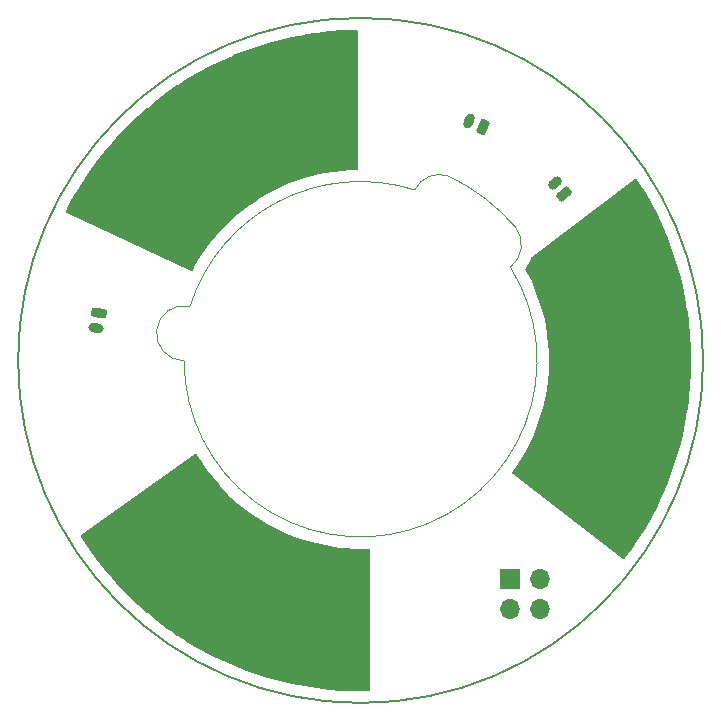
<source format=gbr>
%TF.GenerationSoftware,KiCad,Pcbnew,7.0.1*%
%TF.CreationDate,2023-12-15T11:07:28+03:00*%
%TF.ProjectId,_____ _______,1f3b3042-3020-43e3-913c-3e423e3a2e6b,rev?*%
%TF.SameCoordinates,Original*%
%TF.FileFunction,Copper,L4,Bot*%
%TF.FilePolarity,Positive*%
%FSLAX46Y46*%
G04 Gerber Fmt 4.6, Leading zero omitted, Abs format (unit mm)*
G04 Created by KiCad (PCBNEW 7.0.1) date 2023-12-15 11:07:28*
%MOMM*%
%LPD*%
G01*
G04 APERTURE LIST*
G04 Aperture macros list*
%AMRoundRect*
0 Rectangle with rounded corners*
0 $1 Rounding radius*
0 $2 $3 $4 $5 $6 $7 $8 $9 X,Y pos of 4 corners*
0 Add a 4 corners polygon primitive as box body*
4,1,4,$2,$3,$4,$5,$6,$7,$8,$9,$2,$3,0*
0 Add four circle primitives for the rounded corners*
1,1,$1+$1,$2,$3*
1,1,$1+$1,$4,$5*
1,1,$1+$1,$6,$7*
1,1,$1+$1,$8,$9*
0 Add four rect primitives between the rounded corners*
20,1,$1+$1,$2,$3,$4,$5,0*
20,1,$1+$1,$4,$5,$6,$7,0*
20,1,$1+$1,$6,$7,$8,$9,0*
20,1,$1+$1,$8,$9,$2,$3,0*%
%AMHorizOval*
0 Thick line with rounded ends*
0 $1 width*
0 $2 $3 position (X,Y) of the first rounded end (center of the circle)*
0 $4 $5 position (X,Y) of the second rounded end (center of the circle)*
0 Add line between two ends*
20,1,$1,$2,$3,$4,$5,0*
0 Add two circle primitives to create the rounded ends*
1,1,$1,$2,$3*
1,1,$1,$4,$5*%
G04 Aperture macros list end*
%TA.AperFunction,ComponentPad*%
%ADD10C,4.000000*%
%TD*%
%TA.AperFunction,ComponentPad*%
%ADD11C,2.055000*%
%TD*%
%TA.AperFunction,ComponentPad*%
%ADD12RoundRect,0.200000X-0.408434X0.275103X-0.477893X-0.118820X0.408434X-0.275103X0.477893X0.118820X0*%
%TD*%
%TA.AperFunction,ComponentPad*%
%ADD13HorizOval,0.800000X-0.246202X0.043412X0.246202X-0.043412X0*%
%TD*%
%TA.AperFunction,ComponentPad*%
%ADD14RoundRect,0.200000X0.371440X0.323315X0.008917X0.492362X-0.371440X-0.323315X-0.008917X-0.492362X0*%
%TD*%
%TA.AperFunction,ComponentPad*%
%ADD15HorizOval,0.800000X0.105655X0.226577X-0.105655X-0.226577X0*%
%TD*%
%TA.AperFunction,ComponentPad*%
%ADD16R,1.700000X1.700000*%
%TD*%
%TA.AperFunction,ComponentPad*%
%ADD17O,1.700000X1.700000*%
%TD*%
%TA.AperFunction,ComponentPad*%
%ADD18RoundRect,0.200000X0.473278X0.136046X0.216162X0.442463X-0.473278X-0.136046X-0.216162X-0.442463X0*%
%TD*%
%TA.AperFunction,ComponentPad*%
%ADD19HorizOval,0.800000X0.191511X0.160697X-0.191511X-0.160697X0*%
%TD*%
%TA.AperFunction,Profile*%
%ADD20C,0.100000*%
%TD*%
%TA.AperFunction,Profile*%
%ADD21C,0.150000*%
%TD*%
G04 APERTURE END LIST*
D10*
%TO.P,J17,1,Pin_1*%
%TO.N,B_OUT*%
X134155740Y-71095950D03*
%TD*%
%TO.P,J15,1,Pin_1*%
%TO.N,A_OUT*%
X175557740Y-72873950D03*
%TD*%
%TO.P,J18,1,Pin_1*%
%TO.N,B_OUT*%
X152189740Y-60173950D03*
%TD*%
%TO.P,J19,1,Pin_1*%
%TO.N,C_OUT*%
X153205740Y-108179950D03*
%TD*%
%TO.P,J14,1,Pin_1*%
%TO.N,C_OUT*%
X135171740Y-98527950D03*
%TD*%
%TO.P,J16,1,Pin_1*%
%TO.N,A_OUT*%
X175049740Y-96495950D03*
%TD*%
D11*
%TO.P,J13,1,1*%
%TO.N,B_OUT*%
X147456010Y-60573623D03*
%TO.P,J13,2,2*%
X149193472Y-65347262D03*
%TD*%
%TO.P,J3,1,1*%
%TO.N,A_OUT*%
X180855740Y-79985950D03*
%TO.P,J3,2,2*%
X175775740Y-79985950D03*
%TD*%
D12*
%TO.P,J7,1,Pin_1*%
%TO.N,PTC_Coil_C*%
X132262682Y-80091243D03*
D13*
%TO.P,J7,2,Pin_2*%
%TO.N,GNDA*%
X132045622Y-81322253D03*
%TD*%
D11*
%TO.P,J12,1,1*%
%TO.N,B_OUT*%
X142573740Y-62880836D03*
%TO.P,J12,2,2*%
X145113740Y-67280245D03*
%TD*%
D14*
%TO.P,J4,1,Pin_1*%
%TO.N,PTC_Coil_A*%
X164757006Y-64348207D03*
D15*
%TO.P,J4,2,Pin_2*%
%TO.N,GNDA*%
X163624121Y-63819934D03*
%TD*%
D11*
%TO.P,J9,1,1*%
%TO.N,C_OUT*%
X143081740Y-105727064D03*
%TO.P,J9,2,2*%
X145621740Y-101327655D03*
%TD*%
%TO.P,J1,1,1*%
%TO.N,A_OUT*%
X180855740Y-88621950D03*
%TO.P,J1,2,2*%
X175775740Y-88621950D03*
%TD*%
D16*
%TO.P,J5,1,Pin_1*%
%TO.N,PTC_Coil_A*%
X167123740Y-102611950D03*
D17*
%TO.P,J5,2,Pin_2*%
%TO.N,GNDA*%
X169663740Y-102611950D03*
%TO.P,J5,3,Pin_3*%
%TO.N,PTC_Coil_C*%
X167123740Y-105151950D03*
%TO.P,J5,4,Pin_4*%
%TO.N,PTC_Coil_B*%
X169663740Y-105151950D03*
%TD*%
D18*
%TO.P,J6,1,Pin_1*%
%TO.N,PTC_Coil_B*%
X171673758Y-69973989D03*
D19*
%TO.P,J6,2,Pin_2*%
%TO.N,GNDA*%
X170870273Y-69016433D03*
%TD*%
D11*
%TO.P,J2,1,1*%
%TO.N,A_OUT*%
X175811849Y-84303950D03*
%TO.P,J2,2,2*%
X180891849Y-84303950D03*
%TD*%
%TO.P,J8,1,1*%
%TO.N,C_OUT*%
X147856649Y-108090567D03*
%TO.P,J8,2,2*%
X149594111Y-103316928D03*
%TD*%
%TO.P,J11,1,1*%
%TO.N,B_OUT*%
X138121196Y-65870750D03*
%TO.P,J11,2,2*%
X141386557Y-69762256D03*
%TD*%
%TO.P,J10,1,1*%
%TO.N,C_OUT*%
X138629196Y-102737150D03*
%TO.P,J10,2,2*%
X141894557Y-98845644D03*
%TD*%
%TA.AperFunction,Conductor*%
%TO.N,A_OUT*%
G36*
X177819621Y-68720176D02*
G01*
X177869893Y-68763635D01*
X178037327Y-69015504D01*
X178039851Y-69019461D01*
X178590262Y-69919563D01*
X178592634Y-69923613D01*
X179108579Y-70843877D01*
X179110796Y-70848013D01*
X179591557Y-71787160D01*
X179593616Y-71791378D01*
X180038483Y-72748025D01*
X180040381Y-72752317D01*
X180448727Y-73725108D01*
X180450462Y-73729469D01*
X180821715Y-74717045D01*
X180823283Y-74721468D01*
X181156901Y-75722391D01*
X181158300Y-75726871D01*
X181453791Y-76739664D01*
X181455020Y-76744193D01*
X181711978Y-77767459D01*
X181713035Y-77772032D01*
X181931088Y-78804293D01*
X181931971Y-78808902D01*
X182110810Y-79848701D01*
X182111517Y-79853341D01*
X182250873Y-80899105D01*
X182251405Y-80903768D01*
X182351091Y-81954091D01*
X182351446Y-81958771D01*
X182411313Y-83012099D01*
X182411491Y-83016788D01*
X182431457Y-84071648D01*
X182431457Y-84076342D01*
X182411491Y-85131203D01*
X182411313Y-85135892D01*
X182351446Y-86189220D01*
X182351091Y-86193900D01*
X182251405Y-87244223D01*
X182250873Y-87248886D01*
X182111517Y-88294650D01*
X182110810Y-88299290D01*
X181931971Y-89339089D01*
X181931088Y-89343698D01*
X181713035Y-90375959D01*
X181711978Y-90380532D01*
X181455020Y-91403798D01*
X181453791Y-91408327D01*
X181158300Y-92421120D01*
X181156901Y-92425600D01*
X180823283Y-93426523D01*
X180821715Y-93430946D01*
X180450462Y-94418522D01*
X180448727Y-94422883D01*
X180040381Y-95395674D01*
X180038483Y-95399966D01*
X179593616Y-96356613D01*
X179591557Y-96360831D01*
X179110796Y-97299978D01*
X179108579Y-97304114D01*
X178592634Y-98224378D01*
X178590262Y-98228428D01*
X178039851Y-99128530D01*
X178037327Y-99132487D01*
X177453249Y-100011112D01*
X177450577Y-100014970D01*
X176852689Y-100844478D01*
X176801699Y-100885619D01*
X176736861Y-100895034D01*
X176676277Y-100870092D01*
X167330843Y-93648620D01*
X167292441Y-93598768D01*
X167283457Y-93536484D01*
X167306199Y-93477817D01*
X167578500Y-93101489D01*
X168007205Y-92442980D01*
X168402953Y-91764154D01*
X168764785Y-91066659D01*
X169091821Y-90352188D01*
X169383268Y-89622476D01*
X169638419Y-88879293D01*
X169856652Y-88124445D01*
X170037440Y-87359764D01*
X170180343Y-86587106D01*
X170285014Y-85808347D01*
X170351199Y-85025378D01*
X170378737Y-84240099D01*
X170376795Y-84103591D01*
X170367562Y-83454423D01*
X170361851Y-83364607D01*
X170317700Y-82670238D01*
X170229273Y-81889468D01*
X170102495Y-81114001D01*
X169937674Y-80345720D01*
X169735211Y-79586490D01*
X169495596Y-78838154D01*
X169219412Y-78102530D01*
X168907329Y-77381402D01*
X168560104Y-76676521D01*
X168405978Y-76399021D01*
X168390551Y-76332300D01*
X168412891Y-76267567D01*
X168526555Y-76105656D01*
X168691913Y-75812722D01*
X168827763Y-75504991D01*
X168869478Y-75378071D01*
X168886529Y-75344505D01*
X168912868Y-75317603D01*
X177692233Y-68733079D01*
X177754130Y-68708913D01*
X177819621Y-68720176D01*
G37*
%TD.AperFunction*%
%TD*%
%TA.AperFunction,Conductor*%
%TO.N,B_OUT*%
G36*
X154159740Y-56096123D02*
G01*
X154205127Y-56141510D01*
X154221740Y-56203510D01*
X154221740Y-67804452D01*
X154205641Y-67865554D01*
X154161523Y-67910790D01*
X154100844Y-67928412D01*
X153643567Y-67939861D01*
X153578284Y-67944610D01*
X152876828Y-67995644D01*
X152113604Y-68087846D01*
X151355632Y-68216256D01*
X150604643Y-68380581D01*
X150604638Y-68380582D01*
X150604635Y-68380583D01*
X150429909Y-68427627D01*
X149862290Y-68580458D01*
X149130315Y-68815421D01*
X148410353Y-69084941D01*
X147704029Y-69388413D01*
X147704013Y-69388420D01*
X147315999Y-69577480D01*
X147012906Y-69725162D01*
X146338619Y-70094398D01*
X145682674Y-70495290D01*
X145682666Y-70495295D01*
X145682665Y-70495296D01*
X145623124Y-70535696D01*
X145046518Y-70926953D01*
X144431636Y-71388386D01*
X143839405Y-71878550D01*
X143271149Y-72396351D01*
X142728198Y-72940577D01*
X142211740Y-73510037D01*
X141722957Y-74103428D01*
X141262977Y-74719380D01*
X140832812Y-75356535D01*
X140433441Y-76013452D01*
X140206481Y-76430237D01*
X140164336Y-76475432D01*
X140105612Y-76494675D01*
X140044893Y-76483184D01*
X129537373Y-71551084D01*
X129487504Y-71508535D01*
X129466298Y-71446505D01*
X129479682Y-71382333D01*
X129753220Y-70847987D01*
X129755409Y-70843903D01*
X130271376Y-69923600D01*
X130273741Y-69919563D01*
X130392620Y-69725157D01*
X130824181Y-69019414D01*
X130826645Y-69015551D01*
X131410771Y-68136854D01*
X131413408Y-68133046D01*
X132030333Y-67277126D01*
X132033091Y-67273448D01*
X132682022Y-66441413D01*
X132684906Y-66437856D01*
X133364818Y-65631021D01*
X133367879Y-65627525D01*
X134077808Y-64847027D01*
X134080994Y-64843654D01*
X134819990Y-64090538D01*
X134823267Y-64087322D01*
X135590252Y-63362692D01*
X135593623Y-63359627D01*
X136387476Y-62664543D01*
X136391006Y-62661569D01*
X137210539Y-61997068D01*
X137214218Y-61994198D01*
X138058300Y-61361192D01*
X138062082Y-61358467D01*
X138929548Y-60757831D01*
X138933344Y-60755307D01*
X139822972Y-60187895D01*
X139826891Y-60185498D01*
X140737293Y-59652192D01*
X140741328Y-59649929D01*
X141671260Y-59151455D01*
X141675377Y-59149347D01*
X142623494Y-58686426D01*
X142627739Y-58684454D01*
X143592648Y-58257762D01*
X143596935Y-58255961D01*
X144577355Y-57866067D01*
X144581715Y-57864429D01*
X145576137Y-57511932D01*
X145580558Y-57510459D01*
X146587639Y-57195835D01*
X146592091Y-57194535D01*
X147610367Y-56918244D01*
X147614891Y-56917108D01*
X148642876Y-56679551D01*
X148647418Y-56678592D01*
X149683639Y-56480109D01*
X149688246Y-56479316D01*
X150731284Y-56320180D01*
X150735890Y-56319568D01*
X151784158Y-56200021D01*
X151788751Y-56199584D01*
X152840876Y-56119785D01*
X152845471Y-56119524D01*
X153899785Y-56079599D01*
X153904478Y-56079510D01*
X154097740Y-56079510D01*
X154159740Y-56096123D01*
G37*
%TD.AperFunction*%
%TD*%
%TA.AperFunction,Conductor*%
%TO.N,C_OUT*%
G36*
X140569556Y-91995102D02*
G01*
X140618564Y-92040987D01*
X140995394Y-92663741D01*
X141273515Y-93076046D01*
X141434806Y-93315155D01*
X141434811Y-93315162D01*
X141434814Y-93315166D01*
X141905764Y-93944128D01*
X141905769Y-93944134D01*
X142407142Y-94549152D01*
X142566495Y-94723228D01*
X142937711Y-95128744D01*
X143246473Y-95434343D01*
X143496178Y-95681490D01*
X144081197Y-96206060D01*
X144691344Y-96701178D01*
X144691350Y-96701183D01*
X144691357Y-96701188D01*
X145303209Y-97149571D01*
X145325139Y-97165642D01*
X145981042Y-97598323D01*
X146515393Y-97914191D01*
X146657473Y-97998178D01*
X147352758Y-98364218D01*
X148065213Y-98695560D01*
X148065218Y-98695562D01*
X148065233Y-98695569D01*
X148793169Y-98991426D01*
X149349759Y-99186287D01*
X149534799Y-99251070D01*
X150052296Y-99404081D01*
X150288308Y-99473864D01*
X150288311Y-99473864D01*
X150288312Y-99473865D01*
X151051884Y-99659276D01*
X151823644Y-99806847D01*
X151823660Y-99806850D01*
X152601772Y-99916231D01*
X153384327Y-99987151D01*
X153727807Y-100001277D01*
X154169416Y-100019440D01*
X154169423Y-100019439D01*
X154169425Y-100019440D01*
X154955160Y-100013019D01*
X155106620Y-100004308D01*
X155171582Y-100018420D01*
X155219920Y-100064058D01*
X155237740Y-100128103D01*
X155237740Y-111938642D01*
X155221901Y-111999282D01*
X155178430Y-112044431D01*
X155118432Y-112062553D01*
X154964218Y-112068393D01*
X154959526Y-112068482D01*
X153904478Y-112068482D01*
X153899786Y-112068393D01*
X152845517Y-112028469D01*
X152840831Y-112028203D01*
X151788790Y-111948410D01*
X151784118Y-111947966D01*
X150735913Y-111828426D01*
X150731261Y-111827807D01*
X149688255Y-111668676D01*
X149683630Y-111667880D01*
X148647443Y-111469404D01*
X148642851Y-111468434D01*
X147614905Y-111230886D01*
X147610353Y-111229743D01*
X146592145Y-110953471D01*
X146587639Y-110952156D01*
X145580558Y-110637532D01*
X145576106Y-110636048D01*
X144581732Y-110283568D01*
X144577339Y-110281917D01*
X143596975Y-109892046D01*
X143592648Y-109890229D01*
X142627739Y-109463537D01*
X142623483Y-109461559D01*
X141675408Y-108998659D01*
X141671230Y-108996520D01*
X140741357Y-108498077D01*
X140737264Y-108495782D01*
X139826934Y-107962518D01*
X139822930Y-107960070D01*
X139608411Y-107823248D01*
X138933381Y-107392708D01*
X138929512Y-107390135D01*
X138522967Y-107108642D01*
X138062095Y-106789533D01*
X138058288Y-106786789D01*
X137214239Y-106153809D01*
X137210539Y-106150923D01*
X136391023Y-105486436D01*
X136387434Y-105483412D01*
X135593652Y-104788390D01*
X135590224Y-104785272D01*
X134823295Y-104060695D01*
X134819954Y-104057417D01*
X134081013Y-103304356D01*
X134077790Y-103300944D01*
X133367895Y-102520483D01*
X133364803Y-102516952D01*
X132684929Y-101710162D01*
X132682001Y-101706552D01*
X132033110Y-100874568D01*
X132030317Y-100870842D01*
X131413426Y-100014970D01*
X131410754Y-100011112D01*
X130905506Y-99251070D01*
X130826661Y-99132464D01*
X130824166Y-99128553D01*
X130762605Y-99027880D01*
X130744540Y-98969183D01*
X130756856Y-98909015D01*
X130796530Y-98862142D01*
X140440613Y-92004127D01*
X140503815Y-91981485D01*
X140569556Y-91995102D01*
G37*
%TD.AperFunction*%
%TD*%
D20*
X167121506Y-76184213D02*
G75*
G03*
X167535838Y-72782526I-1493706J1908013D01*
G01*
X159026337Y-69639196D02*
G75*
G03*
X139997741Y-79477950I-4594337J-14434804D01*
G01*
X139489735Y-84105714D02*
G75*
G03*
X167121506Y-76184213I14942265J31714D01*
G01*
X139997740Y-79477950D02*
G75*
G03*
X139489740Y-84105714I-508000J-2286000D01*
G01*
X167535819Y-72782543D02*
G75*
G03*
X161877438Y-68460756I-13103819J-11291357D01*
G01*
D21*
X183432002Y-84073996D02*
G75*
G03*
X183432002Y-84073996I-29000000J0D01*
G01*
D20*
X161877437Y-68460759D02*
G75*
G03*
X159026339Y-69639191I-771037J-2172741D01*
G01*
M02*

</source>
